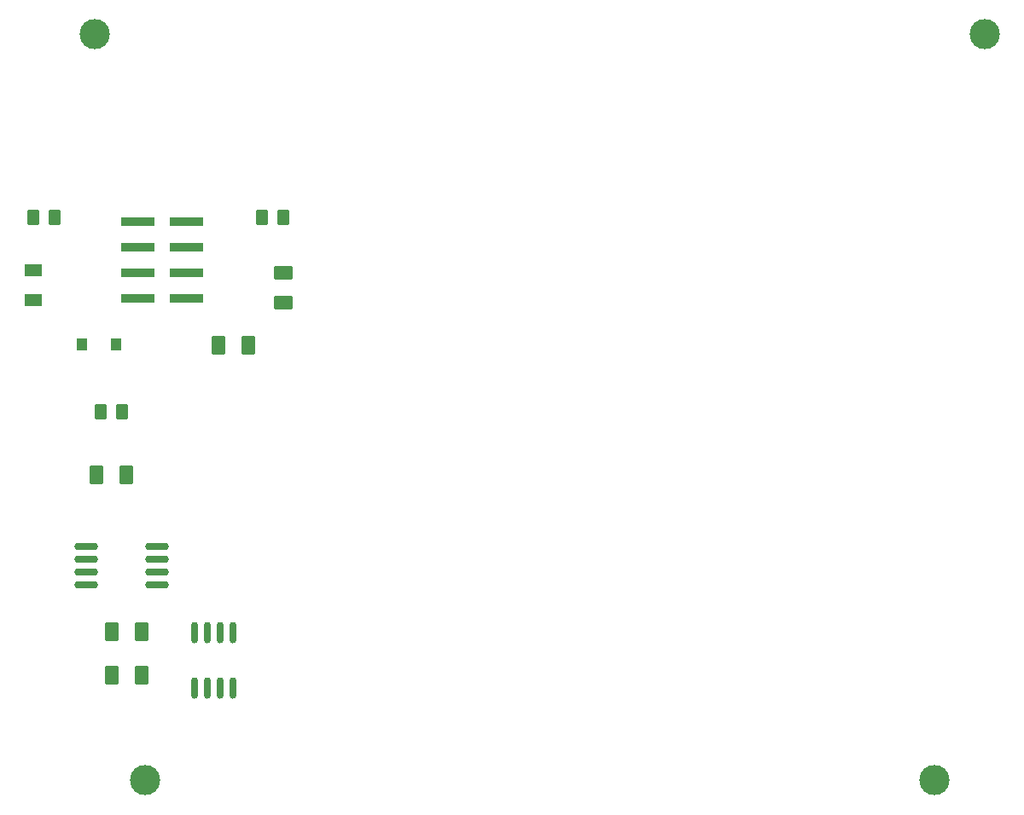
<source format=gts>
G04 Layer: TopSolderMaskLayer*
G04 Panelize: Stamp Hole, Column: 3, Row: 1, Board Size: 32.78mm x 60.14mm, Panelized Board Size: 108.35mm x 60.14mm*
G04 EasyEDA v6.5.42, 2024-02-25 13:01:32*
G04 b3e2e6fb8f204fb0a1d4e493a2091a1c,d07ef30ec77949ce8e11233ba57d236c,10*
G04 Gerber Generator version 0.2*
G04 Scale: 100 percent, Rotated: No, Reflected: No *
G04 Dimensions in millimeters *
G04 leading zeros omitted , absolute positions ,4 integer and 5 decimal *
%FSLAX45Y45*%
%MOMM*%

%AMMACRO1*1,1,$1,$2,$3*1,1,$1,$4,$5*1,1,$1,0-$2,0-$3*1,1,$1,0-$4,0-$5*20,1,$1,$2,$3,$4,$5,0*20,1,$1,$4,$5,0-$2,0-$3,0*20,1,$1,0-$2,0-$3,0-$4,0-$5,0*20,1,$1,0-$4,0-$5,$2,$3,0*4,1,4,$2,$3,$4,$5,0-$2,0-$3,0-$4,0-$5,$2,$3,0*%
%ADD10MACRO1,0.1016X0.475X-0.575X-0.475X-0.575*%
%ADD11MACRO1,0.1016X-0.6038X-0.8505X-0.6038X0.8505*%
%ADD12MACRO1,0.1016X0.6038X-0.8505X0.6038X0.8505*%
%ADD13MACRO1,0.1016X0.6038X0.8505X0.6038X-0.8505*%
%ADD14MACRO1,0.1016X-0.6038X0.8505X-0.6038X-0.8505*%
%ADD15O,0.68961X2.1466048*%
%ADD16MACRO1,0.1016X-0.5X-0.6998X0.5X-0.6998*%
%ADD17MACRO1,0.1016X0.5X-0.6998X-0.5X-0.6998*%
%ADD18MACRO1,0.1016X0.5X0.6998X-0.5X0.6998*%
%ADD19MACRO1,0.1016X-0.5X0.6998X0.5X0.6998*%
%ADD20O,2.3516082000000003X0.7315962*%
%ADD21MACRO1,0.1016X1.6X0.4X1.6X-0.4*%
%ADD22MACRO1,0.1016X-0.8505X0.6038X0.8505X0.6038*%
%ADD23MACRO1,0.1016X-0.8505X-0.6038X0.8505X-0.6038*%
%ADD24R,1.8026X1.3091*%
%ADD25C,3.0000*%

%LPD*%
D10*
G01*
X1151559Y5003800D03*
G01*
X1490040Y5003800D03*
D11*
G01*
X2802176Y4991100D03*
D12*
G01*
X2506423Y4991100D03*
D13*
G01*
X1452323Y2146300D03*
D14*
G01*
X1748076Y2146300D03*
D11*
G01*
X1748076Y1714500D03*
D12*
G01*
X1452323Y1714500D03*
D15*
G01*
X2273300Y1589659D03*
G01*
X2400300Y1589659D03*
G01*
X2527300Y1589659D03*
G01*
X2654300Y1589659D03*
G01*
X2273300Y2144140D03*
G01*
X2400300Y2144140D03*
G01*
X2527300Y2144140D03*
G01*
X2654300Y2144140D03*
D16*
G01*
X2939778Y6261100D03*
D17*
G01*
X3149836Y6261100D03*
D16*
G01*
X1342771Y4330700D03*
D17*
G01*
X1552828Y4330700D03*
D18*
G01*
X879728Y6261100D03*
D19*
G01*
X669671Y6261100D03*
D20*
G01*
X1196390Y2997200D03*
G01*
X1196390Y2870200D03*
G01*
X1196390Y2743200D03*
G01*
X1196390Y2616200D03*
G01*
X1902409Y2997200D03*
G01*
X1902409Y2870200D03*
G01*
X1902409Y2743200D03*
G01*
X1902409Y2616200D03*
D21*
G01*
X2195804Y5461000D03*
G01*
X1715808Y5461000D03*
G01*
X2195804Y5715000D03*
G01*
X1715808Y5715000D03*
G01*
X2195804Y5969000D03*
G01*
X1715808Y5969000D03*
G01*
X2195804Y6223000D03*
G01*
X1715808Y6223000D03*
D22*
G01*
X3149602Y5414723D03*
D23*
G01*
X3149602Y5710476D03*
D11*
G01*
X1595676Y3708400D03*
D12*
G01*
X1299923Y3708400D03*
D24*
G01*
X673100Y5735878D03*
G01*
X673100Y5440121D03*
D25*
G01*
X1278480Y8085519D03*
G01*
X10113863Y8085519D03*
G01*
X1778479Y671601D03*
G01*
X9613864Y671601D03*
M02*

</source>
